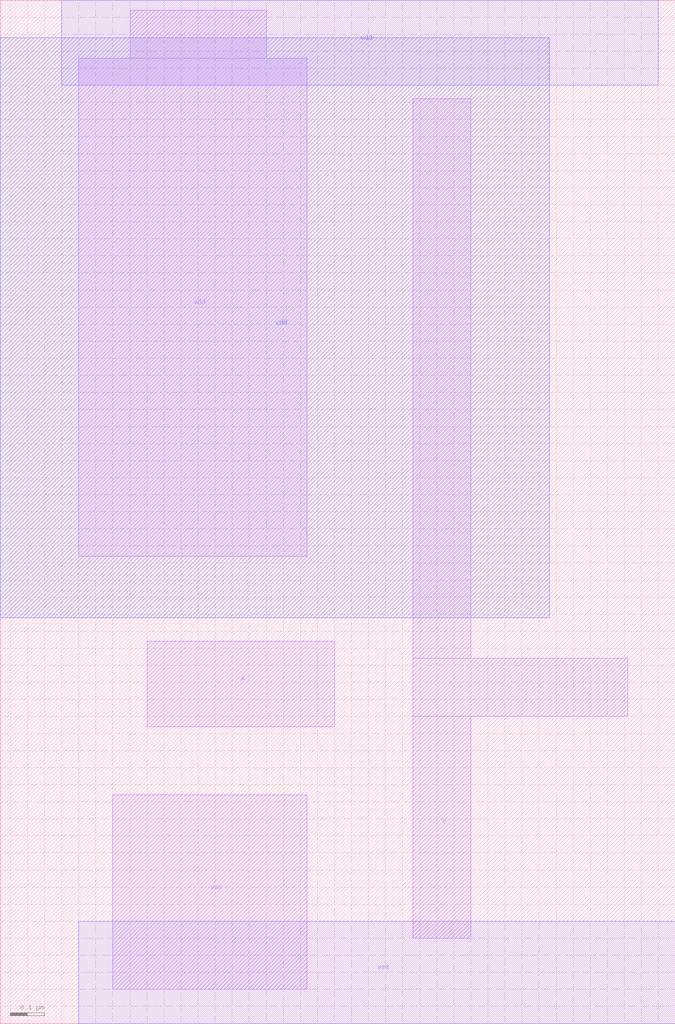
<source format=lef>
MACRO INVX1
  CLASS BLOCK ;
  FOREIGN INVX1 ;
  ORIGIN 0.980 0.250 ;
  SIZE 1.980 BY 3.000 ;
  PIN A
    ANTENNAGATEAREA 0.264000 ;
    PORT
      LAYER li1 ;
        RECT -0.550 0.620 0.000 0.870 ;
    END
  END A
  PIN Y
    ANTENNADIFFAREA 0.528000 ;
    PORT
      LAYER li1 ;
        RECT 0.230 0.820 0.400 2.460 ;
        RECT 0.230 0.650 0.860 0.820 ;
        RECT 0.230 0.000 0.400 0.650 ;
    END
  END Y
  PIN vdd
    ANTENNADIFFAREA 1.072000 ;
    PORT
      LAYER nwell ;
        RECT -0.980 0.940 0.630 2.640 ;
      LAYER li1 ;
        RECT -0.600 2.580 -0.200 2.720 ;
        RECT -0.750 1.120 -0.080 2.580 ;
      LAYER met1 ;
        RECT -0.800 2.500 0.950 2.750 ;
    END
  END vdd
  PIN vss
    ANTENNADIFFAREA 0.315000 ;
    PORT
      LAYER li1 ;
        RECT -0.650 -0.150 -0.080 0.420 ;
      LAYER met1 ;
        RECT -0.750 -0.250 1.000 0.050 ;
    END
  END vss
END INVX1
END LIBRARY


</source>
